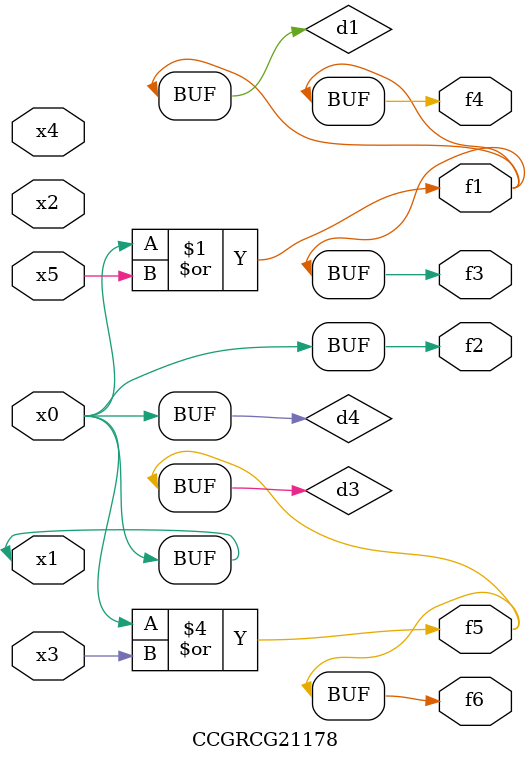
<source format=v>
module CCGRCG21178(
	input x0, x1, x2, x3, x4, x5,
	output f1, f2, f3, f4, f5, f6
);

	wire d1, d2, d3, d4;

	or (d1, x0, x5);
	xnor (d2, x1, x4);
	or (d3, x0, x3);
	buf (d4, x0, x1);
	assign f1 = d1;
	assign f2 = d4;
	assign f3 = d1;
	assign f4 = d1;
	assign f5 = d3;
	assign f6 = d3;
endmodule

</source>
